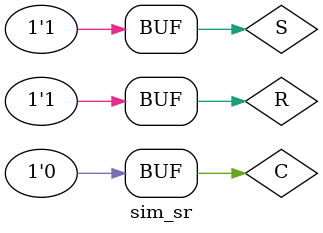
<source format=v>
`timescale 1ns / 1ps


module sim_sr;
    reg S, R, C;
    wire Q, nQ;
    initial begin
        {S, R, C} = 3'b011;
        #10 {S, R, C} = 3'b101;
        #10 {S, R, C} = 3'b010;
        #10 {S, R, C} = 3'b111;
        #10 {S, R, C} = 3'b001;
        #10 {S, R, C} = 3'b010;
        #10 {S, R, C} = 3'b100;
        #10 {S, R, C} = 3'b110;
    end
    sr srt(C, Q, R, S, nQ);
endmodule

</source>
